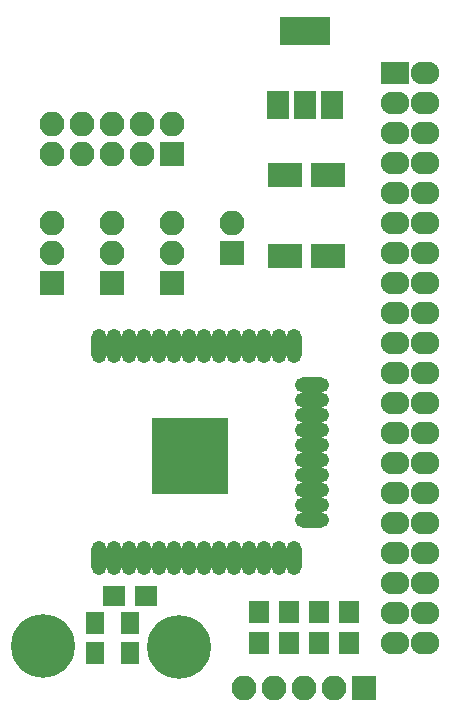
<source format=gbr>
G04 #@! TF.FileFunction,Soldermask,Top*
%FSLAX46Y46*%
G04 Gerber Fmt 4.6, Leading zero omitted, Abs format (unit mm)*
G04 Created by KiCad (PCBNEW 4.0.6) date 08/17/17 13:40:10*
%MOMM*%
%LPD*%
G01*
G04 APERTURE LIST*
%ADD10C,0.100000*%
%ADD11R,2.400000X1.924000*%
%ADD12O,2.400000X1.924000*%
%ADD13R,4.200000X2.400000*%
%ADD14R,1.900000X2.400000*%
%ADD15R,3.000000X2.000000*%
%ADD16O,1.300000X2.900000*%
%ADD17O,2.900000X1.300000*%
%ADD18R,6.400000X6.400000*%
%ADD19R,1.650000X1.900000*%
%ADD20R,1.900000X1.700000*%
%ADD21R,1.700000X1.900000*%
%ADD22R,2.100000X2.100000*%
%ADD23O,2.100000X2.100000*%
%ADD24C,5.400000*%
G04 APERTURE END LIST*
D10*
D11*
X164719000Y-66294000D03*
D12*
X167259000Y-66294000D03*
X164719000Y-78994000D03*
X167259000Y-68834000D03*
X164719000Y-81534000D03*
X167259000Y-71374000D03*
X164719000Y-84074000D03*
X167259000Y-73914000D03*
X164719000Y-86614000D03*
X167259000Y-76454000D03*
X164719000Y-89154000D03*
X167259000Y-78994000D03*
X164719000Y-91694000D03*
X167259000Y-81534000D03*
X164719000Y-94234000D03*
X167259000Y-84074000D03*
X164719000Y-96774000D03*
X167259000Y-86614000D03*
X164719000Y-99314000D03*
X167259000Y-89154000D03*
X164719000Y-101854000D03*
X167259000Y-91694000D03*
X164719000Y-104394000D03*
X167259000Y-94234000D03*
X167259000Y-96774000D03*
X164719000Y-106934000D03*
X167259000Y-99314000D03*
X167259000Y-104394000D03*
X167259000Y-106934000D03*
X167259000Y-109474000D03*
X167259000Y-112014000D03*
X164719000Y-109474000D03*
X164719000Y-112014000D03*
X164719000Y-68834000D03*
X164719000Y-71374000D03*
X164719000Y-73914000D03*
X164719000Y-76454000D03*
X164719000Y-114554000D03*
X167259000Y-114554000D03*
X167259000Y-101854000D03*
D13*
X157099000Y-62763000D03*
D14*
X157099000Y-69063000D03*
X159399000Y-69063000D03*
X154799000Y-69063000D03*
D15*
X159026000Y-74930000D03*
X155426000Y-74930000D03*
D16*
X139657000Y-89425000D03*
X140927000Y-89425000D03*
X142197000Y-89425000D03*
X143467000Y-89425000D03*
X144737000Y-89425000D03*
X146007000Y-89425000D03*
X147277000Y-89425000D03*
X148547000Y-89425000D03*
X149817000Y-89425000D03*
X151087000Y-89425000D03*
X152357000Y-89425000D03*
X153627000Y-89425000D03*
X154897000Y-89425000D03*
X156167000Y-89425000D03*
D17*
X157657000Y-92710000D03*
X157657000Y-93980000D03*
X157657000Y-95250000D03*
X157657000Y-96520000D03*
X157657000Y-97790000D03*
X157657000Y-99060000D03*
X157657000Y-100330000D03*
X157657000Y-101600000D03*
X157657000Y-102870000D03*
X157657000Y-104140000D03*
D16*
X156167000Y-107425000D03*
X154897000Y-107425000D03*
X153627000Y-107425000D03*
X152357000Y-107425000D03*
X151087000Y-107425000D03*
X149817000Y-107425000D03*
X148547000Y-107425000D03*
X147277000Y-107425000D03*
X146007000Y-107425000D03*
X144737000Y-107425000D03*
X143467000Y-107425000D03*
X142197000Y-107425000D03*
X140927000Y-107425000D03*
X139657000Y-107425000D03*
D18*
X147357000Y-98725000D03*
D19*
X139319000Y-112923000D03*
X139319000Y-115423000D03*
X142240000Y-112923000D03*
X142240000Y-115423000D03*
D20*
X140890000Y-110617000D03*
X143590000Y-110617000D03*
D21*
X160782000Y-111934000D03*
X160782000Y-114634000D03*
X158242000Y-111934000D03*
X158242000Y-114634000D03*
X155702000Y-111934000D03*
X155702000Y-114634000D03*
X153162000Y-111934000D03*
X153162000Y-114634000D03*
D15*
X159026000Y-81788000D03*
X155426000Y-81788000D03*
D22*
X162052000Y-118364000D03*
D23*
X159512000Y-118364000D03*
X156972000Y-118364000D03*
X154432000Y-118364000D03*
X151892000Y-118364000D03*
D22*
X145796000Y-84074000D03*
D23*
X145796000Y-81534000D03*
X145796000Y-78994000D03*
D22*
X135636000Y-84074000D03*
D23*
X135636000Y-81534000D03*
X135636000Y-78994000D03*
D22*
X140716000Y-84074000D03*
D23*
X140716000Y-81534000D03*
X140716000Y-78994000D03*
D22*
X145796000Y-73152000D03*
D23*
X145796000Y-70612000D03*
X143256000Y-73152000D03*
X143256000Y-70612000D03*
X140716000Y-73152000D03*
X140716000Y-70612000D03*
X138176000Y-73152000D03*
X138176000Y-70612000D03*
X135636000Y-73152000D03*
X135636000Y-70612000D03*
D22*
X150876000Y-81534000D03*
D23*
X150876000Y-78994000D03*
D24*
X146431000Y-114935000D03*
X134874000Y-114808000D03*
M02*

</source>
